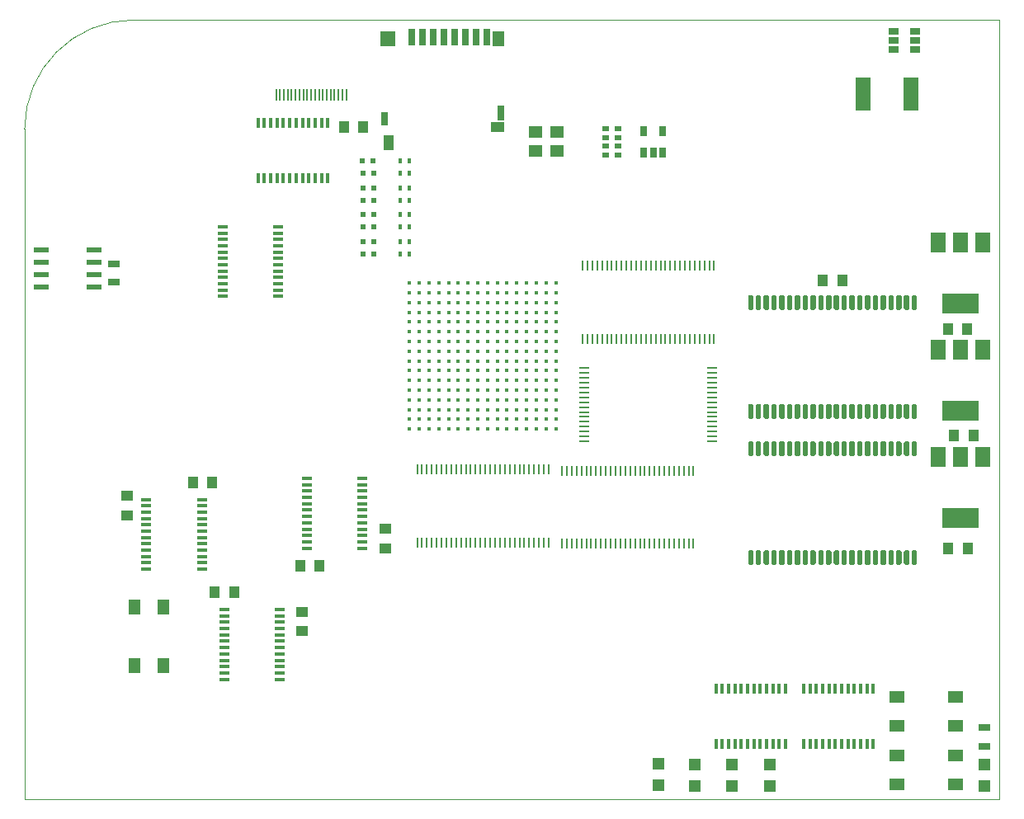
<source format=gbr>
G04 #@! TF.GenerationSoftware,KiCad,Pcbnew,(5.1.6)-1*
G04 #@! TF.CreationDate,2021-06-05T12:15:53+01:00*
G04 #@! TF.ProjectId,blit-cpu-mk3,626c6974-2d63-4707-952d-6d6b332e6b69,3.00*
G04 #@! TF.SameCoordinates,Original*
G04 #@! TF.FileFunction,Paste,Top*
G04 #@! TF.FilePolarity,Positive*
%FSLAX46Y46*%
G04 Gerber Fmt 4.6, Leading zero omitted, Abs format (unit mm)*
G04 Created by KiCad (PCBNEW (5.1.6)-1) date 2021-06-05 12:15:53*
%MOMM*%
%LPD*%
G01*
G04 APERTURE LIST*
G04 #@! TA.AperFunction,Profile*
%ADD10C,0.050000*%
G04 #@! TD*
%ADD11R,0.700000X1.750000*%
%ADD12R,1.450000X1.000000*%
%ADD13R,1.000000X1.550000*%
%ADD14R,1.300000X1.500000*%
%ADD15R,1.500000X1.500000*%
%ADD16R,0.800000X1.500000*%
%ADD17R,0.800000X1.400000*%
%ADD18R,0.600000X0.500000*%
%ADD19R,0.400000X0.600000*%
%ADD20R,1.300000X0.700000*%
%ADD21R,1.000000X1.250000*%
%ADD22R,1.250000X1.000000*%
%ADD23C,0.380000*%
%ADD24R,0.230000X1.200000*%
%ADD25R,1.550000X0.600000*%
%ADD26R,1.400000X1.200000*%
%ADD27R,1.500000X1.300000*%
%ADD28R,1.100000X0.250000*%
%ADD29R,0.285000X1.000000*%
%ADD30R,1.200000X1.200000*%
%ADD31R,0.400000X1.100000*%
%ADD32R,1.100000X0.400000*%
%ADD33R,1.500000X2.000000*%
%ADD34R,3.800000X2.000000*%
%ADD35R,0.800000X0.500000*%
%ADD36R,0.650000X1.060000*%
%ADD37R,1.600000X3.500000*%
%ADD38R,1.060000X0.650000*%
G04 APERTURE END LIST*
D10*
X122000000Y-102000000D02*
X87000000Y-102000000D01*
X122000000Y-22000000D02*
X122000000Y-102000000D01*
X33200000Y-22000000D02*
X122000000Y-22000000D01*
X22000000Y-102000000D02*
X22000000Y-33200000D01*
X22000000Y-33200000D02*
G75*
G02*
X33200000Y-22000000I11200000J0D01*
G01*
X22000000Y-102000000D02*
X87000000Y-102000000D01*
D11*
X69422000Y-23786500D03*
X68322000Y-23786500D03*
X67222000Y-23786500D03*
X66122000Y-23786500D03*
X65022000Y-23786500D03*
X63922000Y-23786500D03*
X62822000Y-23786500D03*
X61722000Y-23786500D03*
D12*
X70547000Y-33011500D03*
D13*
X59322000Y-34586500D03*
D14*
X70622000Y-23911500D03*
D15*
X59272000Y-23911500D03*
D16*
X70872000Y-31511500D03*
D17*
X58922000Y-32161500D03*
D18*
X57800000Y-44750000D03*
X56700000Y-44750000D03*
D14*
X36250000Y-82250000D03*
X36250000Y-88250000D03*
X33250000Y-88250000D03*
X33250000Y-82250000D03*
D19*
X61450000Y-36500000D03*
X60550000Y-36500000D03*
X61450000Y-37750000D03*
X60550000Y-37750000D03*
X61450000Y-39250000D03*
X60550000Y-39250000D03*
X61450000Y-40500000D03*
X60550000Y-40500000D03*
X60550000Y-42000000D03*
X61450000Y-42000000D03*
X60550000Y-43250000D03*
X61450000Y-43250000D03*
X60550000Y-44750000D03*
X61450000Y-44750000D03*
X60550000Y-46000000D03*
X61450000Y-46000000D03*
D20*
X31120000Y-47050000D03*
X31120000Y-48950000D03*
X120500000Y-96550000D03*
X120500000Y-94650000D03*
D18*
X57763500Y-36500000D03*
X56663500Y-36500000D03*
X57800000Y-37750000D03*
X56700000Y-37750000D03*
X57800000Y-39250000D03*
X56700000Y-39250000D03*
X57800000Y-40500000D03*
X56700000Y-40500000D03*
X57800000Y-42000000D03*
X56700000Y-42000000D03*
X57800000Y-43250000D03*
X56700000Y-43250000D03*
X57800000Y-46000000D03*
X56700000Y-46000000D03*
D21*
X56750000Y-33000000D03*
X54750000Y-33000000D03*
X43500000Y-80750000D03*
X41500000Y-80750000D03*
D22*
X59000000Y-74250000D03*
X59000000Y-76250000D03*
X32500000Y-72850000D03*
X32500000Y-70850000D03*
X50500000Y-84750000D03*
X50500000Y-82750000D03*
D21*
X52250000Y-78000000D03*
X50250000Y-78000000D03*
X39250000Y-69500000D03*
X41250000Y-69500000D03*
X103920000Y-48750000D03*
X105920000Y-48750000D03*
D23*
X76500000Y-64000000D03*
X76500000Y-63000000D03*
X76500000Y-62000000D03*
X76500000Y-61000000D03*
X76500000Y-60000000D03*
X76500000Y-59000000D03*
X76500000Y-58000000D03*
X76500000Y-57000000D03*
X76500000Y-56000000D03*
X76500000Y-55000000D03*
X76500000Y-54000000D03*
X76500000Y-53000000D03*
X76500000Y-52000000D03*
X76500000Y-51000000D03*
X76500000Y-50000000D03*
X76500000Y-49000000D03*
X75500000Y-64000000D03*
X75500000Y-63000000D03*
X75500000Y-62000000D03*
X75500000Y-61000000D03*
X75500000Y-60000000D03*
X75500000Y-59000000D03*
X75500000Y-58000000D03*
X75500000Y-57000000D03*
X75500000Y-56000000D03*
X75500000Y-55000000D03*
X75500000Y-54000000D03*
X75500000Y-53000000D03*
X75500000Y-52000000D03*
X75500000Y-51000000D03*
X75500000Y-50000000D03*
X75500000Y-49000000D03*
X74500000Y-64000000D03*
X74500000Y-63000000D03*
X74500000Y-62000000D03*
X74500000Y-61000000D03*
X74500000Y-60000000D03*
X74500000Y-59000000D03*
X74500000Y-58000000D03*
X74500000Y-57000000D03*
X74500000Y-56000000D03*
X74500000Y-55000000D03*
X74500000Y-54000000D03*
X74500000Y-53000000D03*
X74500000Y-52000000D03*
X74500000Y-51000000D03*
X74500000Y-50000000D03*
X74500000Y-49000000D03*
X73500000Y-64000000D03*
X73500000Y-63000000D03*
X73500000Y-62000000D03*
X73500000Y-61000000D03*
X73500000Y-60000000D03*
X73500000Y-59000000D03*
X73500000Y-58000000D03*
X73500000Y-57000000D03*
X73500000Y-56000000D03*
X73500000Y-55000000D03*
X73500000Y-54000000D03*
X73500000Y-53000000D03*
X73500000Y-52000000D03*
X73500000Y-51000000D03*
X73500000Y-50000000D03*
X73500000Y-49000000D03*
X72500000Y-64000000D03*
X72500000Y-63000000D03*
X72500000Y-62000000D03*
X72500000Y-61000000D03*
X72500000Y-60000000D03*
X72500000Y-59000000D03*
X72500000Y-58000000D03*
X72500000Y-57000000D03*
X72500000Y-56000000D03*
X72500000Y-55000000D03*
X72500000Y-54000000D03*
X72500000Y-53000000D03*
X72500000Y-52000000D03*
X72500000Y-51000000D03*
X72500000Y-50000000D03*
X72500000Y-49000000D03*
X71500000Y-64000000D03*
X71500000Y-63000000D03*
X71500000Y-62000000D03*
X71500000Y-61000000D03*
X71500000Y-60000000D03*
X71500000Y-59000000D03*
X71500000Y-58000000D03*
X71500000Y-57000000D03*
X71500000Y-56000000D03*
X71500000Y-55000000D03*
X71500000Y-54000000D03*
X71500000Y-53000000D03*
X71500000Y-52000000D03*
X71500000Y-51000000D03*
X71500000Y-50000000D03*
X71500000Y-49000000D03*
X70500000Y-64000000D03*
X70500000Y-63000000D03*
X70500000Y-62000000D03*
X70500000Y-61000000D03*
X70500000Y-60000000D03*
X70500000Y-59000000D03*
X70500000Y-58000000D03*
X70500000Y-57000000D03*
X70500000Y-56000000D03*
X70500000Y-55000000D03*
X70500000Y-54000000D03*
X70500000Y-53000000D03*
X70500000Y-52000000D03*
X70500000Y-51000000D03*
X70500000Y-50000000D03*
X70500000Y-49000000D03*
X69500000Y-64000000D03*
X69500000Y-63000000D03*
X69500000Y-62000000D03*
X69500000Y-61000000D03*
X69500000Y-60000000D03*
X69500000Y-59000000D03*
X69500000Y-58000000D03*
X69500000Y-57000000D03*
X69500000Y-56000000D03*
X69500000Y-55000000D03*
X69500000Y-54000000D03*
X69500000Y-53000000D03*
X69500000Y-52000000D03*
X69500000Y-51000000D03*
X69500000Y-50000000D03*
X69500000Y-49000000D03*
X68500000Y-64000000D03*
X68500000Y-63000000D03*
X68500000Y-62000000D03*
X68500000Y-61000000D03*
X68500000Y-60000000D03*
X68500000Y-59000000D03*
X68500000Y-58000000D03*
X68500000Y-57000000D03*
X68500000Y-56000000D03*
X68500000Y-55000000D03*
X68500000Y-54000000D03*
X68500000Y-53000000D03*
X68500000Y-52000000D03*
X68500000Y-51000000D03*
X68500000Y-50000000D03*
X68500000Y-49000000D03*
X67500000Y-64000000D03*
X67500000Y-63000000D03*
X67500000Y-62000000D03*
X67500000Y-61000000D03*
X67500000Y-60000000D03*
X67500000Y-59000000D03*
X67500000Y-58000000D03*
X67500000Y-57000000D03*
X67500000Y-56000000D03*
X67500000Y-55000000D03*
X67500000Y-54000000D03*
X67500000Y-53000000D03*
X67500000Y-52000000D03*
X67500000Y-51000000D03*
X67500000Y-50000000D03*
X67500000Y-49000000D03*
X66500000Y-64000000D03*
X66500000Y-63000000D03*
X66500000Y-62000000D03*
X66500000Y-61000000D03*
X66500000Y-60000000D03*
X66500000Y-59000000D03*
X66500000Y-58000000D03*
X66500000Y-57000000D03*
X66500000Y-56000000D03*
X66500000Y-55000000D03*
X66500000Y-54000000D03*
X66500000Y-53000000D03*
X66500000Y-52000000D03*
X66500000Y-51000000D03*
X66500000Y-50000000D03*
X66500000Y-49000000D03*
X65500000Y-64000000D03*
X65500000Y-63000000D03*
X65500000Y-62000000D03*
X65500000Y-61000000D03*
X65500000Y-60000000D03*
X65500000Y-59000000D03*
X65500000Y-58000000D03*
X65500000Y-57000000D03*
X65500000Y-56000000D03*
X65500000Y-55000000D03*
X65500000Y-54000000D03*
X65500000Y-53000000D03*
X65500000Y-52000000D03*
X65500000Y-51000000D03*
X65500000Y-50000000D03*
X65500000Y-49000000D03*
X64500000Y-64000000D03*
X64500000Y-63000000D03*
X64500000Y-62000000D03*
X64500000Y-61000000D03*
X64500000Y-60000000D03*
X64500000Y-59000000D03*
X64500000Y-58000000D03*
X64500000Y-57000000D03*
X64500000Y-56000000D03*
X64500000Y-55000000D03*
X64500000Y-54000000D03*
X64500000Y-53000000D03*
X64500000Y-52000000D03*
X64500000Y-51000000D03*
X64500000Y-50000000D03*
X64500000Y-49000000D03*
X63500000Y-64000000D03*
X63500000Y-63000000D03*
X63500000Y-62000000D03*
X63500000Y-61000000D03*
X63500000Y-60000000D03*
X63500000Y-59000000D03*
X63500000Y-58000000D03*
X63500000Y-57000000D03*
X63500000Y-56000000D03*
X63500000Y-55000000D03*
X63500000Y-54000000D03*
X63500000Y-53000000D03*
X63500000Y-52000000D03*
X63500000Y-51000000D03*
X63500000Y-50000000D03*
X63500000Y-49000000D03*
X62500000Y-64000000D03*
X62500000Y-63000000D03*
X62500000Y-62000000D03*
X62500000Y-61000000D03*
X62500000Y-60000000D03*
X62500000Y-59000000D03*
X62500000Y-58000000D03*
X62500000Y-57000000D03*
X62500000Y-56000000D03*
X62500000Y-55000000D03*
X62500000Y-54000000D03*
X62500000Y-53000000D03*
X62500000Y-52000000D03*
X62500000Y-51000000D03*
X62500000Y-50000000D03*
X62500000Y-49000000D03*
X61500000Y-64000000D03*
X61500000Y-63000000D03*
X61500000Y-62000000D03*
X61500000Y-61000000D03*
X61500000Y-60000000D03*
X61500000Y-59000000D03*
X61500000Y-58000000D03*
X61500000Y-57000000D03*
X61500000Y-56000000D03*
X61500000Y-55000000D03*
X61500000Y-54000000D03*
X61500000Y-53000000D03*
X61500000Y-52000000D03*
X61500000Y-51000000D03*
X61500000Y-50000000D03*
X61500000Y-49000000D03*
D24*
X55000000Y-29700000D03*
X54600000Y-29700000D03*
X54200000Y-29700000D03*
X53800000Y-29700000D03*
X53400000Y-29700000D03*
X53000000Y-29700000D03*
X52600000Y-29700000D03*
X52200000Y-29700000D03*
X51800000Y-29700000D03*
X47800000Y-29700000D03*
X48200000Y-29700000D03*
X48600000Y-29700000D03*
X49000000Y-29700000D03*
X49400000Y-29700000D03*
X49800000Y-29700000D03*
X50200000Y-29700000D03*
X50600000Y-29700000D03*
X51000000Y-29700000D03*
X51400000Y-29700000D03*
D25*
X29140000Y-45645000D03*
X29140000Y-46915000D03*
X29140000Y-48185000D03*
X29140000Y-49455000D03*
X23740000Y-49455000D03*
X23740000Y-48185000D03*
X23740000Y-46915000D03*
X23740000Y-45645000D03*
D21*
X116740000Y-53710000D03*
X118740000Y-53710000D03*
D26*
X76650000Y-33520000D03*
X74450000Y-33520000D03*
X74450000Y-35420000D03*
X76650000Y-35420000D03*
G36*
G01*
X96637500Y-51775000D02*
X96362500Y-51775000D01*
G75*
G02*
X96225000Y-51637500I0J137500D01*
G01*
X96225000Y-50387500D01*
G75*
G02*
X96362500Y-50250000I137500J0D01*
G01*
X96637500Y-50250000D01*
G75*
G02*
X96775000Y-50387500I0J-137500D01*
G01*
X96775000Y-51637500D01*
G75*
G02*
X96637500Y-51775000I-137500J0D01*
G01*
G37*
G36*
G01*
X97437500Y-51775000D02*
X97162500Y-51775000D01*
G75*
G02*
X97025000Y-51637500I0J137500D01*
G01*
X97025000Y-50387500D01*
G75*
G02*
X97162500Y-50250000I137500J0D01*
G01*
X97437500Y-50250000D01*
G75*
G02*
X97575000Y-50387500I0J-137500D01*
G01*
X97575000Y-51637500D01*
G75*
G02*
X97437500Y-51775000I-137500J0D01*
G01*
G37*
G36*
G01*
X98237500Y-51775000D02*
X97962500Y-51775000D01*
G75*
G02*
X97825000Y-51637500I0J137500D01*
G01*
X97825000Y-50387500D01*
G75*
G02*
X97962500Y-50250000I137500J0D01*
G01*
X98237500Y-50250000D01*
G75*
G02*
X98375000Y-50387500I0J-137500D01*
G01*
X98375000Y-51637500D01*
G75*
G02*
X98237500Y-51775000I-137500J0D01*
G01*
G37*
G36*
G01*
X99037500Y-51775000D02*
X98762500Y-51775000D01*
G75*
G02*
X98625000Y-51637500I0J137500D01*
G01*
X98625000Y-50387500D01*
G75*
G02*
X98762500Y-50250000I137500J0D01*
G01*
X99037500Y-50250000D01*
G75*
G02*
X99175000Y-50387500I0J-137500D01*
G01*
X99175000Y-51637500D01*
G75*
G02*
X99037500Y-51775000I-137500J0D01*
G01*
G37*
G36*
G01*
X99837500Y-51775000D02*
X99562500Y-51775000D01*
G75*
G02*
X99425000Y-51637500I0J137500D01*
G01*
X99425000Y-50387500D01*
G75*
G02*
X99562500Y-50250000I137500J0D01*
G01*
X99837500Y-50250000D01*
G75*
G02*
X99975000Y-50387500I0J-137500D01*
G01*
X99975000Y-51637500D01*
G75*
G02*
X99837500Y-51775000I-137500J0D01*
G01*
G37*
G36*
G01*
X100637500Y-51775000D02*
X100362500Y-51775000D01*
G75*
G02*
X100225000Y-51637500I0J137500D01*
G01*
X100225000Y-50387500D01*
G75*
G02*
X100362500Y-50250000I137500J0D01*
G01*
X100637500Y-50250000D01*
G75*
G02*
X100775000Y-50387500I0J-137500D01*
G01*
X100775000Y-51637500D01*
G75*
G02*
X100637500Y-51775000I-137500J0D01*
G01*
G37*
G36*
G01*
X101437500Y-51775000D02*
X101162500Y-51775000D01*
G75*
G02*
X101025000Y-51637500I0J137500D01*
G01*
X101025000Y-50387500D01*
G75*
G02*
X101162500Y-50250000I137500J0D01*
G01*
X101437500Y-50250000D01*
G75*
G02*
X101575000Y-50387500I0J-137500D01*
G01*
X101575000Y-51637500D01*
G75*
G02*
X101437500Y-51775000I-137500J0D01*
G01*
G37*
G36*
G01*
X102237500Y-51775000D02*
X101962500Y-51775000D01*
G75*
G02*
X101825000Y-51637500I0J137500D01*
G01*
X101825000Y-50387500D01*
G75*
G02*
X101962500Y-50250000I137500J0D01*
G01*
X102237500Y-50250000D01*
G75*
G02*
X102375000Y-50387500I0J-137500D01*
G01*
X102375000Y-51637500D01*
G75*
G02*
X102237500Y-51775000I-137500J0D01*
G01*
G37*
G36*
G01*
X103037500Y-51775000D02*
X102762500Y-51775000D01*
G75*
G02*
X102625000Y-51637500I0J137500D01*
G01*
X102625000Y-50387500D01*
G75*
G02*
X102762500Y-50250000I137500J0D01*
G01*
X103037500Y-50250000D01*
G75*
G02*
X103175000Y-50387500I0J-137500D01*
G01*
X103175000Y-51637500D01*
G75*
G02*
X103037500Y-51775000I-137500J0D01*
G01*
G37*
G36*
G01*
X103837500Y-51775000D02*
X103562500Y-51775000D01*
G75*
G02*
X103425000Y-51637500I0J137500D01*
G01*
X103425000Y-50387500D01*
G75*
G02*
X103562500Y-50250000I137500J0D01*
G01*
X103837500Y-50250000D01*
G75*
G02*
X103975000Y-50387500I0J-137500D01*
G01*
X103975000Y-51637500D01*
G75*
G02*
X103837500Y-51775000I-137500J0D01*
G01*
G37*
G36*
G01*
X104637500Y-51775000D02*
X104362500Y-51775000D01*
G75*
G02*
X104225000Y-51637500I0J137500D01*
G01*
X104225000Y-50387500D01*
G75*
G02*
X104362500Y-50250000I137500J0D01*
G01*
X104637500Y-50250000D01*
G75*
G02*
X104775000Y-50387500I0J-137500D01*
G01*
X104775000Y-51637500D01*
G75*
G02*
X104637500Y-51775000I-137500J0D01*
G01*
G37*
G36*
G01*
X105437500Y-51775000D02*
X105162500Y-51775000D01*
G75*
G02*
X105025000Y-51637500I0J137500D01*
G01*
X105025000Y-50387500D01*
G75*
G02*
X105162500Y-50250000I137500J0D01*
G01*
X105437500Y-50250000D01*
G75*
G02*
X105575000Y-50387500I0J-137500D01*
G01*
X105575000Y-51637500D01*
G75*
G02*
X105437500Y-51775000I-137500J0D01*
G01*
G37*
G36*
G01*
X106237500Y-51775000D02*
X105962500Y-51775000D01*
G75*
G02*
X105825000Y-51637500I0J137500D01*
G01*
X105825000Y-50387500D01*
G75*
G02*
X105962500Y-50250000I137500J0D01*
G01*
X106237500Y-50250000D01*
G75*
G02*
X106375000Y-50387500I0J-137500D01*
G01*
X106375000Y-51637500D01*
G75*
G02*
X106237500Y-51775000I-137500J0D01*
G01*
G37*
G36*
G01*
X107037500Y-51775000D02*
X106762500Y-51775000D01*
G75*
G02*
X106625000Y-51637500I0J137500D01*
G01*
X106625000Y-50387500D01*
G75*
G02*
X106762500Y-50250000I137500J0D01*
G01*
X107037500Y-50250000D01*
G75*
G02*
X107175000Y-50387500I0J-137500D01*
G01*
X107175000Y-51637500D01*
G75*
G02*
X107037500Y-51775000I-137500J0D01*
G01*
G37*
G36*
G01*
X107837500Y-51775000D02*
X107562500Y-51775000D01*
G75*
G02*
X107425000Y-51637500I0J137500D01*
G01*
X107425000Y-50387500D01*
G75*
G02*
X107562500Y-50250000I137500J0D01*
G01*
X107837500Y-50250000D01*
G75*
G02*
X107975000Y-50387500I0J-137500D01*
G01*
X107975000Y-51637500D01*
G75*
G02*
X107837500Y-51775000I-137500J0D01*
G01*
G37*
G36*
G01*
X108637500Y-51775000D02*
X108362500Y-51775000D01*
G75*
G02*
X108225000Y-51637500I0J137500D01*
G01*
X108225000Y-50387500D01*
G75*
G02*
X108362500Y-50250000I137500J0D01*
G01*
X108637500Y-50250000D01*
G75*
G02*
X108775000Y-50387500I0J-137500D01*
G01*
X108775000Y-51637500D01*
G75*
G02*
X108637500Y-51775000I-137500J0D01*
G01*
G37*
G36*
G01*
X109437500Y-51775000D02*
X109162500Y-51775000D01*
G75*
G02*
X109025000Y-51637500I0J137500D01*
G01*
X109025000Y-50387500D01*
G75*
G02*
X109162500Y-50250000I137500J0D01*
G01*
X109437500Y-50250000D01*
G75*
G02*
X109575000Y-50387500I0J-137500D01*
G01*
X109575000Y-51637500D01*
G75*
G02*
X109437500Y-51775000I-137500J0D01*
G01*
G37*
G36*
G01*
X110237500Y-51775000D02*
X109962500Y-51775000D01*
G75*
G02*
X109825000Y-51637500I0J137500D01*
G01*
X109825000Y-50387500D01*
G75*
G02*
X109962500Y-50250000I137500J0D01*
G01*
X110237500Y-50250000D01*
G75*
G02*
X110375000Y-50387500I0J-137500D01*
G01*
X110375000Y-51637500D01*
G75*
G02*
X110237500Y-51775000I-137500J0D01*
G01*
G37*
G36*
G01*
X111037500Y-51775000D02*
X110762500Y-51775000D01*
G75*
G02*
X110625000Y-51637500I0J137500D01*
G01*
X110625000Y-50387500D01*
G75*
G02*
X110762500Y-50250000I137500J0D01*
G01*
X111037500Y-50250000D01*
G75*
G02*
X111175000Y-50387500I0J-137500D01*
G01*
X111175000Y-51637500D01*
G75*
G02*
X111037500Y-51775000I-137500J0D01*
G01*
G37*
G36*
G01*
X111837500Y-51775000D02*
X111562500Y-51775000D01*
G75*
G02*
X111425000Y-51637500I0J137500D01*
G01*
X111425000Y-50387500D01*
G75*
G02*
X111562500Y-50250000I137500J0D01*
G01*
X111837500Y-50250000D01*
G75*
G02*
X111975000Y-50387500I0J-137500D01*
G01*
X111975000Y-51637500D01*
G75*
G02*
X111837500Y-51775000I-137500J0D01*
G01*
G37*
G36*
G01*
X112637500Y-51775000D02*
X112362500Y-51775000D01*
G75*
G02*
X112225000Y-51637500I0J137500D01*
G01*
X112225000Y-50387500D01*
G75*
G02*
X112362500Y-50250000I137500J0D01*
G01*
X112637500Y-50250000D01*
G75*
G02*
X112775000Y-50387500I0J-137500D01*
G01*
X112775000Y-51637500D01*
G75*
G02*
X112637500Y-51775000I-137500J0D01*
G01*
G37*
G36*
G01*
X113437500Y-51775000D02*
X113162500Y-51775000D01*
G75*
G02*
X113025000Y-51637500I0J137500D01*
G01*
X113025000Y-50387500D01*
G75*
G02*
X113162500Y-50250000I137500J0D01*
G01*
X113437500Y-50250000D01*
G75*
G02*
X113575000Y-50387500I0J-137500D01*
G01*
X113575000Y-51637500D01*
G75*
G02*
X113437500Y-51775000I-137500J0D01*
G01*
G37*
G36*
G01*
X113437500Y-62950000D02*
X113162500Y-62950000D01*
G75*
G02*
X113025000Y-62812500I0J137500D01*
G01*
X113025000Y-61562500D01*
G75*
G02*
X113162500Y-61425000I137500J0D01*
G01*
X113437500Y-61425000D01*
G75*
G02*
X113575000Y-61562500I0J-137500D01*
G01*
X113575000Y-62812500D01*
G75*
G02*
X113437500Y-62950000I-137500J0D01*
G01*
G37*
G36*
G01*
X112637500Y-62950000D02*
X112362500Y-62950000D01*
G75*
G02*
X112225000Y-62812500I0J137500D01*
G01*
X112225000Y-61562500D01*
G75*
G02*
X112362500Y-61425000I137500J0D01*
G01*
X112637500Y-61425000D01*
G75*
G02*
X112775000Y-61562500I0J-137500D01*
G01*
X112775000Y-62812500D01*
G75*
G02*
X112637500Y-62950000I-137500J0D01*
G01*
G37*
G36*
G01*
X111837500Y-62950000D02*
X111562500Y-62950000D01*
G75*
G02*
X111425000Y-62812500I0J137500D01*
G01*
X111425000Y-61562500D01*
G75*
G02*
X111562500Y-61425000I137500J0D01*
G01*
X111837500Y-61425000D01*
G75*
G02*
X111975000Y-61562500I0J-137500D01*
G01*
X111975000Y-62812500D01*
G75*
G02*
X111837500Y-62950000I-137500J0D01*
G01*
G37*
G36*
G01*
X111037500Y-62950000D02*
X110762500Y-62950000D01*
G75*
G02*
X110625000Y-62812500I0J137500D01*
G01*
X110625000Y-61562500D01*
G75*
G02*
X110762500Y-61425000I137500J0D01*
G01*
X111037500Y-61425000D01*
G75*
G02*
X111175000Y-61562500I0J-137500D01*
G01*
X111175000Y-62812500D01*
G75*
G02*
X111037500Y-62950000I-137500J0D01*
G01*
G37*
G36*
G01*
X110237500Y-62950000D02*
X109962500Y-62950000D01*
G75*
G02*
X109825000Y-62812500I0J137500D01*
G01*
X109825000Y-61562500D01*
G75*
G02*
X109962500Y-61425000I137500J0D01*
G01*
X110237500Y-61425000D01*
G75*
G02*
X110375000Y-61562500I0J-137500D01*
G01*
X110375000Y-62812500D01*
G75*
G02*
X110237500Y-62950000I-137500J0D01*
G01*
G37*
G36*
G01*
X109437500Y-62950000D02*
X109162500Y-62950000D01*
G75*
G02*
X109025000Y-62812500I0J137500D01*
G01*
X109025000Y-61562500D01*
G75*
G02*
X109162500Y-61425000I137500J0D01*
G01*
X109437500Y-61425000D01*
G75*
G02*
X109575000Y-61562500I0J-137500D01*
G01*
X109575000Y-62812500D01*
G75*
G02*
X109437500Y-62950000I-137500J0D01*
G01*
G37*
G36*
G01*
X108637500Y-62950000D02*
X108362500Y-62950000D01*
G75*
G02*
X108225000Y-62812500I0J137500D01*
G01*
X108225000Y-61562500D01*
G75*
G02*
X108362500Y-61425000I137500J0D01*
G01*
X108637500Y-61425000D01*
G75*
G02*
X108775000Y-61562500I0J-137500D01*
G01*
X108775000Y-62812500D01*
G75*
G02*
X108637500Y-62950000I-137500J0D01*
G01*
G37*
G36*
G01*
X107837500Y-62950000D02*
X107562500Y-62950000D01*
G75*
G02*
X107425000Y-62812500I0J137500D01*
G01*
X107425000Y-61562500D01*
G75*
G02*
X107562500Y-61425000I137500J0D01*
G01*
X107837500Y-61425000D01*
G75*
G02*
X107975000Y-61562500I0J-137500D01*
G01*
X107975000Y-62812500D01*
G75*
G02*
X107837500Y-62950000I-137500J0D01*
G01*
G37*
G36*
G01*
X107037500Y-62950000D02*
X106762500Y-62950000D01*
G75*
G02*
X106625000Y-62812500I0J137500D01*
G01*
X106625000Y-61562500D01*
G75*
G02*
X106762500Y-61425000I137500J0D01*
G01*
X107037500Y-61425000D01*
G75*
G02*
X107175000Y-61562500I0J-137500D01*
G01*
X107175000Y-62812500D01*
G75*
G02*
X107037500Y-62950000I-137500J0D01*
G01*
G37*
G36*
G01*
X106237500Y-62950000D02*
X105962500Y-62950000D01*
G75*
G02*
X105825000Y-62812500I0J137500D01*
G01*
X105825000Y-61562500D01*
G75*
G02*
X105962500Y-61425000I137500J0D01*
G01*
X106237500Y-61425000D01*
G75*
G02*
X106375000Y-61562500I0J-137500D01*
G01*
X106375000Y-62812500D01*
G75*
G02*
X106237500Y-62950000I-137500J0D01*
G01*
G37*
G36*
G01*
X105437500Y-62950000D02*
X105162500Y-62950000D01*
G75*
G02*
X105025000Y-62812500I0J137500D01*
G01*
X105025000Y-61562500D01*
G75*
G02*
X105162500Y-61425000I137500J0D01*
G01*
X105437500Y-61425000D01*
G75*
G02*
X105575000Y-61562500I0J-137500D01*
G01*
X105575000Y-62812500D01*
G75*
G02*
X105437500Y-62950000I-137500J0D01*
G01*
G37*
G36*
G01*
X104637500Y-62950000D02*
X104362500Y-62950000D01*
G75*
G02*
X104225000Y-62812500I0J137500D01*
G01*
X104225000Y-61562500D01*
G75*
G02*
X104362500Y-61425000I137500J0D01*
G01*
X104637500Y-61425000D01*
G75*
G02*
X104775000Y-61562500I0J-137500D01*
G01*
X104775000Y-62812500D01*
G75*
G02*
X104637500Y-62950000I-137500J0D01*
G01*
G37*
G36*
G01*
X103837500Y-62950000D02*
X103562500Y-62950000D01*
G75*
G02*
X103425000Y-62812500I0J137500D01*
G01*
X103425000Y-61562500D01*
G75*
G02*
X103562500Y-61425000I137500J0D01*
G01*
X103837500Y-61425000D01*
G75*
G02*
X103975000Y-61562500I0J-137500D01*
G01*
X103975000Y-62812500D01*
G75*
G02*
X103837500Y-62950000I-137500J0D01*
G01*
G37*
G36*
G01*
X103037500Y-62950000D02*
X102762500Y-62950000D01*
G75*
G02*
X102625000Y-62812500I0J137500D01*
G01*
X102625000Y-61562500D01*
G75*
G02*
X102762500Y-61425000I137500J0D01*
G01*
X103037500Y-61425000D01*
G75*
G02*
X103175000Y-61562500I0J-137500D01*
G01*
X103175000Y-62812500D01*
G75*
G02*
X103037500Y-62950000I-137500J0D01*
G01*
G37*
G36*
G01*
X102237500Y-62950000D02*
X101962500Y-62950000D01*
G75*
G02*
X101825000Y-62812500I0J137500D01*
G01*
X101825000Y-61562500D01*
G75*
G02*
X101962500Y-61425000I137500J0D01*
G01*
X102237500Y-61425000D01*
G75*
G02*
X102375000Y-61562500I0J-137500D01*
G01*
X102375000Y-62812500D01*
G75*
G02*
X102237500Y-62950000I-137500J0D01*
G01*
G37*
G36*
G01*
X101437500Y-62950000D02*
X101162500Y-62950000D01*
G75*
G02*
X101025000Y-62812500I0J137500D01*
G01*
X101025000Y-61562500D01*
G75*
G02*
X101162500Y-61425000I137500J0D01*
G01*
X101437500Y-61425000D01*
G75*
G02*
X101575000Y-61562500I0J-137500D01*
G01*
X101575000Y-62812500D01*
G75*
G02*
X101437500Y-62950000I-137500J0D01*
G01*
G37*
G36*
G01*
X100637500Y-62950000D02*
X100362500Y-62950000D01*
G75*
G02*
X100225000Y-62812500I0J137500D01*
G01*
X100225000Y-61562500D01*
G75*
G02*
X100362500Y-61425000I137500J0D01*
G01*
X100637500Y-61425000D01*
G75*
G02*
X100775000Y-61562500I0J-137500D01*
G01*
X100775000Y-62812500D01*
G75*
G02*
X100637500Y-62950000I-137500J0D01*
G01*
G37*
G36*
G01*
X99837500Y-62950000D02*
X99562500Y-62950000D01*
G75*
G02*
X99425000Y-62812500I0J137500D01*
G01*
X99425000Y-61562500D01*
G75*
G02*
X99562500Y-61425000I137500J0D01*
G01*
X99837500Y-61425000D01*
G75*
G02*
X99975000Y-61562500I0J-137500D01*
G01*
X99975000Y-62812500D01*
G75*
G02*
X99837500Y-62950000I-137500J0D01*
G01*
G37*
G36*
G01*
X99037500Y-62950000D02*
X98762500Y-62950000D01*
G75*
G02*
X98625000Y-62812500I0J137500D01*
G01*
X98625000Y-61562500D01*
G75*
G02*
X98762500Y-61425000I137500J0D01*
G01*
X99037500Y-61425000D01*
G75*
G02*
X99175000Y-61562500I0J-137500D01*
G01*
X99175000Y-62812500D01*
G75*
G02*
X99037500Y-62950000I-137500J0D01*
G01*
G37*
G36*
G01*
X98237500Y-62950000D02*
X97962500Y-62950000D01*
G75*
G02*
X97825000Y-62812500I0J137500D01*
G01*
X97825000Y-61562500D01*
G75*
G02*
X97962500Y-61425000I137500J0D01*
G01*
X98237500Y-61425000D01*
G75*
G02*
X98375000Y-61562500I0J-137500D01*
G01*
X98375000Y-62812500D01*
G75*
G02*
X98237500Y-62950000I-137500J0D01*
G01*
G37*
G36*
G01*
X97437500Y-62950000D02*
X97162500Y-62950000D01*
G75*
G02*
X97025000Y-62812500I0J137500D01*
G01*
X97025000Y-61562500D01*
G75*
G02*
X97162500Y-61425000I137500J0D01*
G01*
X97437500Y-61425000D01*
G75*
G02*
X97575000Y-61562500I0J-137500D01*
G01*
X97575000Y-62812500D01*
G75*
G02*
X97437500Y-62950000I-137500J0D01*
G01*
G37*
G36*
G01*
X96637500Y-62950000D02*
X96362500Y-62950000D01*
G75*
G02*
X96225000Y-62812500I0J137500D01*
G01*
X96225000Y-61562500D01*
G75*
G02*
X96362500Y-61425000I137500J0D01*
G01*
X96637500Y-61425000D01*
G75*
G02*
X96775000Y-61562500I0J-137500D01*
G01*
X96775000Y-62812500D01*
G75*
G02*
X96637500Y-62950000I-137500J0D01*
G01*
G37*
G36*
G01*
X96637500Y-66775000D02*
X96362500Y-66775000D01*
G75*
G02*
X96225000Y-66637500I0J137500D01*
G01*
X96225000Y-65387500D01*
G75*
G02*
X96362500Y-65250000I137500J0D01*
G01*
X96637500Y-65250000D01*
G75*
G02*
X96775000Y-65387500I0J-137500D01*
G01*
X96775000Y-66637500D01*
G75*
G02*
X96637500Y-66775000I-137500J0D01*
G01*
G37*
G36*
G01*
X97437500Y-66775000D02*
X97162500Y-66775000D01*
G75*
G02*
X97025000Y-66637500I0J137500D01*
G01*
X97025000Y-65387500D01*
G75*
G02*
X97162500Y-65250000I137500J0D01*
G01*
X97437500Y-65250000D01*
G75*
G02*
X97575000Y-65387500I0J-137500D01*
G01*
X97575000Y-66637500D01*
G75*
G02*
X97437500Y-66775000I-137500J0D01*
G01*
G37*
G36*
G01*
X98237500Y-66775000D02*
X97962500Y-66775000D01*
G75*
G02*
X97825000Y-66637500I0J137500D01*
G01*
X97825000Y-65387500D01*
G75*
G02*
X97962500Y-65250000I137500J0D01*
G01*
X98237500Y-65250000D01*
G75*
G02*
X98375000Y-65387500I0J-137500D01*
G01*
X98375000Y-66637500D01*
G75*
G02*
X98237500Y-66775000I-137500J0D01*
G01*
G37*
G36*
G01*
X99037500Y-66775000D02*
X98762500Y-66775000D01*
G75*
G02*
X98625000Y-66637500I0J137500D01*
G01*
X98625000Y-65387500D01*
G75*
G02*
X98762500Y-65250000I137500J0D01*
G01*
X99037500Y-65250000D01*
G75*
G02*
X99175000Y-65387500I0J-137500D01*
G01*
X99175000Y-66637500D01*
G75*
G02*
X99037500Y-66775000I-137500J0D01*
G01*
G37*
G36*
G01*
X99837500Y-66775000D02*
X99562500Y-66775000D01*
G75*
G02*
X99425000Y-66637500I0J137500D01*
G01*
X99425000Y-65387500D01*
G75*
G02*
X99562500Y-65250000I137500J0D01*
G01*
X99837500Y-65250000D01*
G75*
G02*
X99975000Y-65387500I0J-137500D01*
G01*
X99975000Y-66637500D01*
G75*
G02*
X99837500Y-66775000I-137500J0D01*
G01*
G37*
G36*
G01*
X100637500Y-66775000D02*
X100362500Y-66775000D01*
G75*
G02*
X100225000Y-66637500I0J137500D01*
G01*
X100225000Y-65387500D01*
G75*
G02*
X100362500Y-65250000I137500J0D01*
G01*
X100637500Y-65250000D01*
G75*
G02*
X100775000Y-65387500I0J-137500D01*
G01*
X100775000Y-66637500D01*
G75*
G02*
X100637500Y-66775000I-137500J0D01*
G01*
G37*
G36*
G01*
X101437500Y-66775000D02*
X101162500Y-66775000D01*
G75*
G02*
X101025000Y-66637500I0J137500D01*
G01*
X101025000Y-65387500D01*
G75*
G02*
X101162500Y-65250000I137500J0D01*
G01*
X101437500Y-65250000D01*
G75*
G02*
X101575000Y-65387500I0J-137500D01*
G01*
X101575000Y-66637500D01*
G75*
G02*
X101437500Y-66775000I-137500J0D01*
G01*
G37*
G36*
G01*
X102237500Y-66775000D02*
X101962500Y-66775000D01*
G75*
G02*
X101825000Y-66637500I0J137500D01*
G01*
X101825000Y-65387500D01*
G75*
G02*
X101962500Y-65250000I137500J0D01*
G01*
X102237500Y-65250000D01*
G75*
G02*
X102375000Y-65387500I0J-137500D01*
G01*
X102375000Y-66637500D01*
G75*
G02*
X102237500Y-66775000I-137500J0D01*
G01*
G37*
G36*
G01*
X103037500Y-66775000D02*
X102762500Y-66775000D01*
G75*
G02*
X102625000Y-66637500I0J137500D01*
G01*
X102625000Y-65387500D01*
G75*
G02*
X102762500Y-65250000I137500J0D01*
G01*
X103037500Y-65250000D01*
G75*
G02*
X103175000Y-65387500I0J-137500D01*
G01*
X103175000Y-66637500D01*
G75*
G02*
X103037500Y-66775000I-137500J0D01*
G01*
G37*
G36*
G01*
X103837500Y-66775000D02*
X103562500Y-66775000D01*
G75*
G02*
X103425000Y-66637500I0J137500D01*
G01*
X103425000Y-65387500D01*
G75*
G02*
X103562500Y-65250000I137500J0D01*
G01*
X103837500Y-65250000D01*
G75*
G02*
X103975000Y-65387500I0J-137500D01*
G01*
X103975000Y-66637500D01*
G75*
G02*
X103837500Y-66775000I-137500J0D01*
G01*
G37*
G36*
G01*
X104637500Y-66775000D02*
X104362500Y-66775000D01*
G75*
G02*
X104225000Y-66637500I0J137500D01*
G01*
X104225000Y-65387500D01*
G75*
G02*
X104362500Y-65250000I137500J0D01*
G01*
X104637500Y-65250000D01*
G75*
G02*
X104775000Y-65387500I0J-137500D01*
G01*
X104775000Y-66637500D01*
G75*
G02*
X104637500Y-66775000I-137500J0D01*
G01*
G37*
G36*
G01*
X105437500Y-66775000D02*
X105162500Y-66775000D01*
G75*
G02*
X105025000Y-66637500I0J137500D01*
G01*
X105025000Y-65387500D01*
G75*
G02*
X105162500Y-65250000I137500J0D01*
G01*
X105437500Y-65250000D01*
G75*
G02*
X105575000Y-65387500I0J-137500D01*
G01*
X105575000Y-66637500D01*
G75*
G02*
X105437500Y-66775000I-137500J0D01*
G01*
G37*
G36*
G01*
X106237500Y-66775000D02*
X105962500Y-66775000D01*
G75*
G02*
X105825000Y-66637500I0J137500D01*
G01*
X105825000Y-65387500D01*
G75*
G02*
X105962500Y-65250000I137500J0D01*
G01*
X106237500Y-65250000D01*
G75*
G02*
X106375000Y-65387500I0J-137500D01*
G01*
X106375000Y-66637500D01*
G75*
G02*
X106237500Y-66775000I-137500J0D01*
G01*
G37*
G36*
G01*
X107037500Y-66775000D02*
X106762500Y-66775000D01*
G75*
G02*
X106625000Y-66637500I0J137500D01*
G01*
X106625000Y-65387500D01*
G75*
G02*
X106762500Y-65250000I137500J0D01*
G01*
X107037500Y-65250000D01*
G75*
G02*
X107175000Y-65387500I0J-137500D01*
G01*
X107175000Y-66637500D01*
G75*
G02*
X107037500Y-66775000I-137500J0D01*
G01*
G37*
G36*
G01*
X107837500Y-66775000D02*
X107562500Y-66775000D01*
G75*
G02*
X107425000Y-66637500I0J137500D01*
G01*
X107425000Y-65387500D01*
G75*
G02*
X107562500Y-65250000I137500J0D01*
G01*
X107837500Y-65250000D01*
G75*
G02*
X107975000Y-65387500I0J-137500D01*
G01*
X107975000Y-66637500D01*
G75*
G02*
X107837500Y-66775000I-137500J0D01*
G01*
G37*
G36*
G01*
X108637500Y-66775000D02*
X108362500Y-66775000D01*
G75*
G02*
X108225000Y-66637500I0J137500D01*
G01*
X108225000Y-65387500D01*
G75*
G02*
X108362500Y-65250000I137500J0D01*
G01*
X108637500Y-65250000D01*
G75*
G02*
X108775000Y-65387500I0J-137500D01*
G01*
X108775000Y-66637500D01*
G75*
G02*
X108637500Y-66775000I-137500J0D01*
G01*
G37*
G36*
G01*
X109437500Y-66775000D02*
X109162500Y-66775000D01*
G75*
G02*
X109025000Y-66637500I0J137500D01*
G01*
X109025000Y-65387500D01*
G75*
G02*
X109162500Y-65250000I137500J0D01*
G01*
X109437500Y-65250000D01*
G75*
G02*
X109575000Y-65387500I0J-137500D01*
G01*
X109575000Y-66637500D01*
G75*
G02*
X109437500Y-66775000I-137500J0D01*
G01*
G37*
G36*
G01*
X110237500Y-66775000D02*
X109962500Y-66775000D01*
G75*
G02*
X109825000Y-66637500I0J137500D01*
G01*
X109825000Y-65387500D01*
G75*
G02*
X109962500Y-65250000I137500J0D01*
G01*
X110237500Y-65250000D01*
G75*
G02*
X110375000Y-65387500I0J-137500D01*
G01*
X110375000Y-66637500D01*
G75*
G02*
X110237500Y-66775000I-137500J0D01*
G01*
G37*
G36*
G01*
X111037500Y-66775000D02*
X110762500Y-66775000D01*
G75*
G02*
X110625000Y-66637500I0J137500D01*
G01*
X110625000Y-65387500D01*
G75*
G02*
X110762500Y-65250000I137500J0D01*
G01*
X111037500Y-65250000D01*
G75*
G02*
X111175000Y-65387500I0J-137500D01*
G01*
X111175000Y-66637500D01*
G75*
G02*
X111037500Y-66775000I-137500J0D01*
G01*
G37*
G36*
G01*
X111837500Y-66775000D02*
X111562500Y-66775000D01*
G75*
G02*
X111425000Y-66637500I0J137500D01*
G01*
X111425000Y-65387500D01*
G75*
G02*
X111562500Y-65250000I137500J0D01*
G01*
X111837500Y-65250000D01*
G75*
G02*
X111975000Y-65387500I0J-137500D01*
G01*
X111975000Y-66637500D01*
G75*
G02*
X111837500Y-66775000I-137500J0D01*
G01*
G37*
G36*
G01*
X112637500Y-66775000D02*
X112362500Y-66775000D01*
G75*
G02*
X112225000Y-66637500I0J137500D01*
G01*
X112225000Y-65387500D01*
G75*
G02*
X112362500Y-65250000I137500J0D01*
G01*
X112637500Y-65250000D01*
G75*
G02*
X112775000Y-65387500I0J-137500D01*
G01*
X112775000Y-66637500D01*
G75*
G02*
X112637500Y-66775000I-137500J0D01*
G01*
G37*
G36*
G01*
X113437500Y-66775000D02*
X113162500Y-66775000D01*
G75*
G02*
X113025000Y-66637500I0J137500D01*
G01*
X113025000Y-65387500D01*
G75*
G02*
X113162500Y-65250000I137500J0D01*
G01*
X113437500Y-65250000D01*
G75*
G02*
X113575000Y-65387500I0J-137500D01*
G01*
X113575000Y-66637500D01*
G75*
G02*
X113437500Y-66775000I-137500J0D01*
G01*
G37*
G36*
G01*
X113437500Y-77950000D02*
X113162500Y-77950000D01*
G75*
G02*
X113025000Y-77812500I0J137500D01*
G01*
X113025000Y-76562500D01*
G75*
G02*
X113162500Y-76425000I137500J0D01*
G01*
X113437500Y-76425000D01*
G75*
G02*
X113575000Y-76562500I0J-137500D01*
G01*
X113575000Y-77812500D01*
G75*
G02*
X113437500Y-77950000I-137500J0D01*
G01*
G37*
G36*
G01*
X112637500Y-77950000D02*
X112362500Y-77950000D01*
G75*
G02*
X112225000Y-77812500I0J137500D01*
G01*
X112225000Y-76562500D01*
G75*
G02*
X112362500Y-76425000I137500J0D01*
G01*
X112637500Y-76425000D01*
G75*
G02*
X112775000Y-76562500I0J-137500D01*
G01*
X112775000Y-77812500D01*
G75*
G02*
X112637500Y-77950000I-137500J0D01*
G01*
G37*
G36*
G01*
X111837500Y-77950000D02*
X111562500Y-77950000D01*
G75*
G02*
X111425000Y-77812500I0J137500D01*
G01*
X111425000Y-76562500D01*
G75*
G02*
X111562500Y-76425000I137500J0D01*
G01*
X111837500Y-76425000D01*
G75*
G02*
X111975000Y-76562500I0J-137500D01*
G01*
X111975000Y-77812500D01*
G75*
G02*
X111837500Y-77950000I-137500J0D01*
G01*
G37*
G36*
G01*
X111037500Y-77950000D02*
X110762500Y-77950000D01*
G75*
G02*
X110625000Y-77812500I0J137500D01*
G01*
X110625000Y-76562500D01*
G75*
G02*
X110762500Y-76425000I137500J0D01*
G01*
X111037500Y-76425000D01*
G75*
G02*
X111175000Y-76562500I0J-137500D01*
G01*
X111175000Y-77812500D01*
G75*
G02*
X111037500Y-77950000I-137500J0D01*
G01*
G37*
G36*
G01*
X110237500Y-77950000D02*
X109962500Y-77950000D01*
G75*
G02*
X109825000Y-77812500I0J137500D01*
G01*
X109825000Y-76562500D01*
G75*
G02*
X109962500Y-76425000I137500J0D01*
G01*
X110237500Y-76425000D01*
G75*
G02*
X110375000Y-76562500I0J-137500D01*
G01*
X110375000Y-77812500D01*
G75*
G02*
X110237500Y-77950000I-137500J0D01*
G01*
G37*
G36*
G01*
X109437500Y-77950000D02*
X109162500Y-77950000D01*
G75*
G02*
X109025000Y-77812500I0J137500D01*
G01*
X109025000Y-76562500D01*
G75*
G02*
X109162500Y-76425000I137500J0D01*
G01*
X109437500Y-76425000D01*
G75*
G02*
X109575000Y-76562500I0J-137500D01*
G01*
X109575000Y-77812500D01*
G75*
G02*
X109437500Y-77950000I-137500J0D01*
G01*
G37*
G36*
G01*
X108637500Y-77950000D02*
X108362500Y-77950000D01*
G75*
G02*
X108225000Y-77812500I0J137500D01*
G01*
X108225000Y-76562500D01*
G75*
G02*
X108362500Y-76425000I137500J0D01*
G01*
X108637500Y-76425000D01*
G75*
G02*
X108775000Y-76562500I0J-137500D01*
G01*
X108775000Y-77812500D01*
G75*
G02*
X108637500Y-77950000I-137500J0D01*
G01*
G37*
G36*
G01*
X107837500Y-77950000D02*
X107562500Y-77950000D01*
G75*
G02*
X107425000Y-77812500I0J137500D01*
G01*
X107425000Y-76562500D01*
G75*
G02*
X107562500Y-76425000I137500J0D01*
G01*
X107837500Y-76425000D01*
G75*
G02*
X107975000Y-76562500I0J-137500D01*
G01*
X107975000Y-77812500D01*
G75*
G02*
X107837500Y-77950000I-137500J0D01*
G01*
G37*
G36*
G01*
X107037500Y-77950000D02*
X106762500Y-77950000D01*
G75*
G02*
X106625000Y-77812500I0J137500D01*
G01*
X106625000Y-76562500D01*
G75*
G02*
X106762500Y-76425000I137500J0D01*
G01*
X107037500Y-76425000D01*
G75*
G02*
X107175000Y-76562500I0J-137500D01*
G01*
X107175000Y-77812500D01*
G75*
G02*
X107037500Y-77950000I-137500J0D01*
G01*
G37*
G36*
G01*
X106237500Y-77950000D02*
X105962500Y-77950000D01*
G75*
G02*
X105825000Y-77812500I0J137500D01*
G01*
X105825000Y-76562500D01*
G75*
G02*
X105962500Y-76425000I137500J0D01*
G01*
X106237500Y-76425000D01*
G75*
G02*
X106375000Y-76562500I0J-137500D01*
G01*
X106375000Y-77812500D01*
G75*
G02*
X106237500Y-77950000I-137500J0D01*
G01*
G37*
G36*
G01*
X105437500Y-77950000D02*
X105162500Y-77950000D01*
G75*
G02*
X105025000Y-77812500I0J137500D01*
G01*
X105025000Y-76562500D01*
G75*
G02*
X105162500Y-76425000I137500J0D01*
G01*
X105437500Y-76425000D01*
G75*
G02*
X105575000Y-76562500I0J-137500D01*
G01*
X105575000Y-77812500D01*
G75*
G02*
X105437500Y-77950000I-137500J0D01*
G01*
G37*
G36*
G01*
X104637500Y-77950000D02*
X104362500Y-77950000D01*
G75*
G02*
X104225000Y-77812500I0J137500D01*
G01*
X104225000Y-76562500D01*
G75*
G02*
X104362500Y-76425000I137500J0D01*
G01*
X104637500Y-76425000D01*
G75*
G02*
X104775000Y-76562500I0J-137500D01*
G01*
X104775000Y-77812500D01*
G75*
G02*
X104637500Y-77950000I-137500J0D01*
G01*
G37*
G36*
G01*
X103837500Y-77950000D02*
X103562500Y-77950000D01*
G75*
G02*
X103425000Y-77812500I0J137500D01*
G01*
X103425000Y-76562500D01*
G75*
G02*
X103562500Y-76425000I137500J0D01*
G01*
X103837500Y-76425000D01*
G75*
G02*
X103975000Y-76562500I0J-137500D01*
G01*
X103975000Y-77812500D01*
G75*
G02*
X103837500Y-77950000I-137500J0D01*
G01*
G37*
G36*
G01*
X103037500Y-77950000D02*
X102762500Y-77950000D01*
G75*
G02*
X102625000Y-77812500I0J137500D01*
G01*
X102625000Y-76562500D01*
G75*
G02*
X102762500Y-76425000I137500J0D01*
G01*
X103037500Y-76425000D01*
G75*
G02*
X103175000Y-76562500I0J-137500D01*
G01*
X103175000Y-77812500D01*
G75*
G02*
X103037500Y-77950000I-137500J0D01*
G01*
G37*
G36*
G01*
X102237500Y-77950000D02*
X101962500Y-77950000D01*
G75*
G02*
X101825000Y-77812500I0J137500D01*
G01*
X101825000Y-76562500D01*
G75*
G02*
X101962500Y-76425000I137500J0D01*
G01*
X102237500Y-76425000D01*
G75*
G02*
X102375000Y-76562500I0J-137500D01*
G01*
X102375000Y-77812500D01*
G75*
G02*
X102237500Y-77950000I-137500J0D01*
G01*
G37*
G36*
G01*
X101437500Y-77950000D02*
X101162500Y-77950000D01*
G75*
G02*
X101025000Y-77812500I0J137500D01*
G01*
X101025000Y-76562500D01*
G75*
G02*
X101162500Y-76425000I137500J0D01*
G01*
X101437500Y-76425000D01*
G75*
G02*
X101575000Y-76562500I0J-137500D01*
G01*
X101575000Y-77812500D01*
G75*
G02*
X101437500Y-77950000I-137500J0D01*
G01*
G37*
G36*
G01*
X100637500Y-77950000D02*
X100362500Y-77950000D01*
G75*
G02*
X100225000Y-77812500I0J137500D01*
G01*
X100225000Y-76562500D01*
G75*
G02*
X100362500Y-76425000I137500J0D01*
G01*
X100637500Y-76425000D01*
G75*
G02*
X100775000Y-76562500I0J-137500D01*
G01*
X100775000Y-77812500D01*
G75*
G02*
X100637500Y-77950000I-137500J0D01*
G01*
G37*
G36*
G01*
X99837500Y-77950000D02*
X99562500Y-77950000D01*
G75*
G02*
X99425000Y-77812500I0J137500D01*
G01*
X99425000Y-76562500D01*
G75*
G02*
X99562500Y-76425000I137500J0D01*
G01*
X99837500Y-76425000D01*
G75*
G02*
X99975000Y-76562500I0J-137500D01*
G01*
X99975000Y-77812500D01*
G75*
G02*
X99837500Y-77950000I-137500J0D01*
G01*
G37*
G36*
G01*
X99037500Y-77950000D02*
X98762500Y-77950000D01*
G75*
G02*
X98625000Y-77812500I0J137500D01*
G01*
X98625000Y-76562500D01*
G75*
G02*
X98762500Y-76425000I137500J0D01*
G01*
X99037500Y-76425000D01*
G75*
G02*
X99175000Y-76562500I0J-137500D01*
G01*
X99175000Y-77812500D01*
G75*
G02*
X99037500Y-77950000I-137500J0D01*
G01*
G37*
G36*
G01*
X98237500Y-77950000D02*
X97962500Y-77950000D01*
G75*
G02*
X97825000Y-77812500I0J137500D01*
G01*
X97825000Y-76562500D01*
G75*
G02*
X97962500Y-76425000I137500J0D01*
G01*
X98237500Y-76425000D01*
G75*
G02*
X98375000Y-76562500I0J-137500D01*
G01*
X98375000Y-77812500D01*
G75*
G02*
X98237500Y-77950000I-137500J0D01*
G01*
G37*
G36*
G01*
X97437500Y-77950000D02*
X97162500Y-77950000D01*
G75*
G02*
X97025000Y-77812500I0J137500D01*
G01*
X97025000Y-76562500D01*
G75*
G02*
X97162500Y-76425000I137500J0D01*
G01*
X97437500Y-76425000D01*
G75*
G02*
X97575000Y-76562500I0J-137500D01*
G01*
X97575000Y-77812500D01*
G75*
G02*
X97437500Y-77950000I-137500J0D01*
G01*
G37*
G36*
G01*
X96637500Y-77950000D02*
X96362500Y-77950000D01*
G75*
G02*
X96225000Y-77812500I0J137500D01*
G01*
X96225000Y-76562500D01*
G75*
G02*
X96362500Y-76425000I137500J0D01*
G01*
X96637500Y-76425000D01*
G75*
G02*
X96775000Y-76562500I0J-137500D01*
G01*
X96775000Y-77812500D01*
G75*
G02*
X96637500Y-77950000I-137500J0D01*
G01*
G37*
D27*
X117500000Y-100500000D03*
X111500000Y-100500000D03*
X111500000Y-97500000D03*
X117500000Y-97500000D03*
X117500000Y-94500000D03*
X111500000Y-94500000D03*
X111500000Y-91500000D03*
X117500000Y-91500000D03*
D28*
X92550000Y-65250000D03*
X79450000Y-57750000D03*
X92550000Y-64750000D03*
X92550000Y-64250000D03*
X92550000Y-63750000D03*
X92550000Y-63250000D03*
X92550000Y-62750000D03*
X92550000Y-62250000D03*
X92550000Y-61750000D03*
X92550000Y-61250000D03*
X92550000Y-60750000D03*
X92550000Y-60250000D03*
X92550000Y-59750000D03*
X92550000Y-59250000D03*
X92550000Y-58750000D03*
X92550000Y-58250000D03*
X92550000Y-57750000D03*
X79450000Y-58250000D03*
X79450000Y-58750000D03*
X79450000Y-59250000D03*
X79450000Y-59750000D03*
X79450000Y-60250000D03*
X79450000Y-60750000D03*
X79450000Y-61250000D03*
X79450000Y-61750000D03*
X79450000Y-62250000D03*
X79450000Y-62750000D03*
X79450000Y-63250000D03*
X79450000Y-63750000D03*
X79450000Y-64250000D03*
X79450000Y-64750000D03*
X79450000Y-65250000D03*
D29*
X62274500Y-68132000D03*
X62774500Y-68132000D03*
X63274500Y-68132000D03*
X63774500Y-68132000D03*
X64274500Y-68132000D03*
X64774500Y-68132000D03*
X65274500Y-68132000D03*
X65774500Y-68132000D03*
X66274500Y-68132000D03*
X66774500Y-68132000D03*
X67274500Y-68132000D03*
X67774500Y-68132000D03*
X68274500Y-68132000D03*
X68774500Y-68132000D03*
X69274500Y-68132000D03*
X69774500Y-68132000D03*
X70274500Y-68132000D03*
X70774500Y-68132000D03*
X71274500Y-68132000D03*
X71774500Y-68132000D03*
X72274500Y-68132000D03*
X72774500Y-68132000D03*
X73274500Y-68132000D03*
X73774500Y-68132000D03*
X74274500Y-68132000D03*
X74774500Y-68132000D03*
X75274500Y-68132000D03*
X75774500Y-68132000D03*
X75774500Y-75632000D03*
X75274500Y-75632000D03*
X74774500Y-75632000D03*
X74274500Y-75632000D03*
X73774500Y-75632000D03*
X73274500Y-75632000D03*
X72774500Y-75632000D03*
X72274500Y-75632000D03*
X71774500Y-75632000D03*
X71274500Y-75632000D03*
X70774500Y-75632000D03*
X70274500Y-75632000D03*
X69774500Y-75632000D03*
X69274500Y-75632000D03*
X68774500Y-75632000D03*
X68274500Y-75632000D03*
X67774500Y-75632000D03*
X67274500Y-75632000D03*
X66774500Y-75632000D03*
X66274500Y-75632000D03*
X65774500Y-75632000D03*
X65274500Y-75632000D03*
X64774500Y-75632000D03*
X64274500Y-75632000D03*
X63774500Y-75632000D03*
X63274500Y-75632000D03*
X62774500Y-75632000D03*
X62274500Y-75632000D03*
D30*
X120500000Y-100600000D03*
X120500000Y-98400000D03*
D31*
X45955000Y-32583000D03*
X46605000Y-32583000D03*
X47255000Y-32583000D03*
X47905000Y-32583000D03*
X48555000Y-32583000D03*
X49205000Y-32583000D03*
X49855000Y-32583000D03*
X50505000Y-32583000D03*
X51155000Y-32583000D03*
X51805000Y-32583000D03*
X52455000Y-32583000D03*
X53105000Y-32583000D03*
X53105000Y-38283000D03*
X52455000Y-38283000D03*
X51805000Y-38283000D03*
X51155000Y-38283000D03*
X50505000Y-38283000D03*
X49855000Y-38283000D03*
X49205000Y-38283000D03*
X48555000Y-38283000D03*
X47905000Y-38283000D03*
X47255000Y-38283000D03*
X46605000Y-38283000D03*
X45955000Y-38283000D03*
D32*
X50934500Y-76219000D03*
X50934500Y-75569000D03*
X50934500Y-74919000D03*
X50934500Y-74269000D03*
X50934500Y-73619000D03*
X50934500Y-72969000D03*
X50934500Y-72319000D03*
X50934500Y-71669000D03*
X50934500Y-71019000D03*
X50934500Y-70369000D03*
X50934500Y-69719000D03*
X50934500Y-69069000D03*
X56634500Y-69069000D03*
X56634500Y-69719000D03*
X56634500Y-70369000D03*
X56634500Y-71019000D03*
X56634500Y-71669000D03*
X56634500Y-72319000D03*
X56634500Y-72969000D03*
X56634500Y-73619000D03*
X56634500Y-74269000D03*
X56634500Y-74919000D03*
X56634500Y-75569000D03*
X56634500Y-76219000D03*
D33*
X120300000Y-66850000D03*
X115700000Y-66850000D03*
X118000000Y-66850000D03*
D34*
X118000000Y-73150000D03*
D33*
X120300000Y-44850000D03*
X115700000Y-44850000D03*
X118000000Y-44850000D03*
D34*
X118000000Y-51150000D03*
D33*
X120300000Y-55850000D03*
X115700000Y-55850000D03*
X118000000Y-55850000D03*
D34*
X118000000Y-62150000D03*
D29*
X77133500Y-68259000D03*
X77633500Y-68259000D03*
X78133500Y-68259000D03*
X78633500Y-68259000D03*
X79133500Y-68259000D03*
X79633500Y-68259000D03*
X80133500Y-68259000D03*
X80633500Y-68259000D03*
X81133500Y-68259000D03*
X81633500Y-68259000D03*
X82133500Y-68259000D03*
X82633500Y-68259000D03*
X83133500Y-68259000D03*
X83633500Y-68259000D03*
X84133500Y-68259000D03*
X84633500Y-68259000D03*
X85133500Y-68259000D03*
X85633500Y-68259000D03*
X86133500Y-68259000D03*
X86633500Y-68259000D03*
X87133500Y-68259000D03*
X87633500Y-68259000D03*
X88133500Y-68259000D03*
X88633500Y-68259000D03*
X89133500Y-68259000D03*
X89633500Y-68259000D03*
X90133500Y-68259000D03*
X90633500Y-68259000D03*
X90633500Y-75759000D03*
X90133500Y-75759000D03*
X89633500Y-75759000D03*
X89133500Y-75759000D03*
X88633500Y-75759000D03*
X88133500Y-75759000D03*
X87633500Y-75759000D03*
X87133500Y-75759000D03*
X86633500Y-75759000D03*
X86133500Y-75759000D03*
X85633500Y-75759000D03*
X85133500Y-75759000D03*
X84633500Y-75759000D03*
X84133500Y-75759000D03*
X83633500Y-75759000D03*
X83133500Y-75759000D03*
X82633500Y-75759000D03*
X82133500Y-75759000D03*
X81633500Y-75759000D03*
X81133500Y-75759000D03*
X80633500Y-75759000D03*
X80133500Y-75759000D03*
X79633500Y-75759000D03*
X79133500Y-75759000D03*
X78633500Y-75759000D03*
X78133500Y-75759000D03*
X77633500Y-75759000D03*
X77133500Y-75759000D03*
D32*
X40188000Y-71228000D03*
X40188000Y-71878000D03*
X40188000Y-72528000D03*
X40188000Y-73178000D03*
X40188000Y-73828000D03*
X40188000Y-74478000D03*
X40188000Y-75128000D03*
X40188000Y-75778000D03*
X40188000Y-76428000D03*
X40188000Y-77078000D03*
X40188000Y-77728000D03*
X40188000Y-78378000D03*
X34488000Y-78378000D03*
X34488000Y-77728000D03*
X34488000Y-77078000D03*
X34488000Y-76428000D03*
X34488000Y-75778000D03*
X34488000Y-75128000D03*
X34488000Y-74478000D03*
X34488000Y-73828000D03*
X34488000Y-73178000D03*
X34488000Y-72528000D03*
X34488000Y-71878000D03*
X34488000Y-71228000D03*
X48189000Y-82531000D03*
X48189000Y-83181000D03*
X48189000Y-83831000D03*
X48189000Y-84481000D03*
X48189000Y-85131000D03*
X48189000Y-85781000D03*
X48189000Y-86431000D03*
X48189000Y-87081000D03*
X48189000Y-87731000D03*
X48189000Y-88381000D03*
X48189000Y-89031000D03*
X48189000Y-89681000D03*
X42489000Y-89681000D03*
X42489000Y-89031000D03*
X42489000Y-88381000D03*
X42489000Y-87731000D03*
X42489000Y-87081000D03*
X42489000Y-86431000D03*
X42489000Y-85781000D03*
X42489000Y-85131000D03*
X42489000Y-84481000D03*
X42489000Y-83831000D03*
X42489000Y-83181000D03*
X42489000Y-82531000D03*
X42298500Y-43224500D03*
X42298500Y-43874500D03*
X42298500Y-44524500D03*
X42298500Y-45174500D03*
X42298500Y-45824500D03*
X42298500Y-46474500D03*
X42298500Y-47124500D03*
X42298500Y-47774500D03*
X42298500Y-48424500D03*
X42298500Y-49074500D03*
X42298500Y-49724500D03*
X42298500Y-50374500D03*
X47998500Y-50374500D03*
X47998500Y-49724500D03*
X47998500Y-49074500D03*
X47998500Y-48424500D03*
X47998500Y-47774500D03*
X47998500Y-47124500D03*
X47998500Y-46474500D03*
X47998500Y-45824500D03*
X47998500Y-45174500D03*
X47998500Y-44524500D03*
X47998500Y-43874500D03*
X47998500Y-43224500D03*
D29*
X92750000Y-54750000D03*
X92250000Y-54750000D03*
X91750000Y-54750000D03*
X91250000Y-54750000D03*
X90750000Y-54750000D03*
X90250000Y-54750000D03*
X89750000Y-54750000D03*
X89250000Y-54750000D03*
X88750000Y-54750000D03*
X88250000Y-54750000D03*
X87750000Y-54750000D03*
X87250000Y-54750000D03*
X86750000Y-54750000D03*
X86250000Y-54750000D03*
X85750000Y-54750000D03*
X85250000Y-54750000D03*
X84750000Y-54750000D03*
X84250000Y-54750000D03*
X83750000Y-54750000D03*
X83250000Y-54750000D03*
X82750000Y-54750000D03*
X82250000Y-54750000D03*
X81750000Y-54750000D03*
X81250000Y-54750000D03*
X80750000Y-54750000D03*
X80250000Y-54750000D03*
X79750000Y-54750000D03*
X79250000Y-54750000D03*
X79250000Y-47250000D03*
X79750000Y-47250000D03*
X80250000Y-47250000D03*
X80750000Y-47250000D03*
X81250000Y-47250000D03*
X81750000Y-47250000D03*
X82250000Y-47250000D03*
X82750000Y-47250000D03*
X83250000Y-47250000D03*
X83750000Y-47250000D03*
X84250000Y-47250000D03*
X84750000Y-47250000D03*
X85250000Y-47250000D03*
X85750000Y-47250000D03*
X86250000Y-47250000D03*
X86750000Y-47250000D03*
X87250000Y-47250000D03*
X87750000Y-47250000D03*
X88250000Y-47250000D03*
X88750000Y-47250000D03*
X89250000Y-47250000D03*
X89750000Y-47250000D03*
X90250000Y-47250000D03*
X90750000Y-47250000D03*
X91250000Y-47250000D03*
X91750000Y-47250000D03*
X92250000Y-47250000D03*
X92750000Y-47250000D03*
D35*
X81650000Y-33150000D03*
X81650000Y-34050000D03*
X81650000Y-34950000D03*
X81650000Y-35850000D03*
X82850000Y-33150000D03*
X82850000Y-34050000D03*
X82850000Y-34950000D03*
X82850000Y-35850000D03*
D36*
X85550000Y-35600000D03*
X86500000Y-35600000D03*
X87450000Y-35600000D03*
X87450000Y-33400000D03*
X85550000Y-33400000D03*
D31*
X100075000Y-96350000D03*
X99425000Y-96350000D03*
X98775000Y-96350000D03*
X98125000Y-96350000D03*
X97475000Y-96350000D03*
X96825000Y-96350000D03*
X96175000Y-96350000D03*
X95525000Y-96350000D03*
X94875000Y-96350000D03*
X94225000Y-96350000D03*
X93575000Y-96350000D03*
X92925000Y-96350000D03*
X92925000Y-90650000D03*
X93575000Y-90650000D03*
X94225000Y-90650000D03*
X94875000Y-90650000D03*
X95525000Y-90650000D03*
X96175000Y-90650000D03*
X96825000Y-90650000D03*
X97475000Y-90650000D03*
X98125000Y-90650000D03*
X98775000Y-90650000D03*
X99425000Y-90650000D03*
X100075000Y-90650000D03*
X109075000Y-96350000D03*
X108425000Y-96350000D03*
X107775000Y-96350000D03*
X107125000Y-96350000D03*
X106475000Y-96350000D03*
X105825000Y-96350000D03*
X105175000Y-96350000D03*
X104525000Y-96350000D03*
X103875000Y-96350000D03*
X103225000Y-96350000D03*
X102575000Y-96350000D03*
X101925000Y-96350000D03*
X101925000Y-90650000D03*
X102575000Y-90650000D03*
X103225000Y-90650000D03*
X103875000Y-90650000D03*
X104525000Y-90650000D03*
X105175000Y-90650000D03*
X105825000Y-90650000D03*
X106475000Y-90650000D03*
X107125000Y-90650000D03*
X107775000Y-90650000D03*
X108425000Y-90650000D03*
X109075000Y-90650000D03*
D37*
X112940000Y-29610000D03*
X108060000Y-29610000D03*
D30*
X98500000Y-100600000D03*
X98500000Y-98400000D03*
X94600000Y-100600000D03*
X94600000Y-98400000D03*
X90800000Y-100600000D03*
X90800000Y-98400000D03*
X87000000Y-100570000D03*
X87000000Y-98370000D03*
D21*
X116760000Y-76290000D03*
X118760000Y-76290000D03*
X117340000Y-64640000D03*
X119340000Y-64640000D03*
D38*
X113350000Y-24120000D03*
X113350000Y-23170000D03*
X113350000Y-25070000D03*
X111150000Y-25070000D03*
X111150000Y-24120000D03*
X111150000Y-23170000D03*
M02*

</source>
